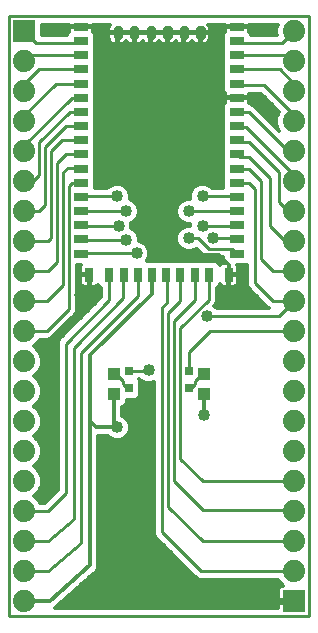
<source format=gtl>
G75*
%MOIN*%
%OFA0B0*%
%FSLAX24Y24*%
%IPPOS*%
%LPD*%
%AMOC8*
5,1,8,0,0,1.08239X$1,22.5*
%
%ADD10C,0.0100*%
%ADD11R,0.0315X0.0315*%
%ADD12R,0.0394X0.0433*%
%ADD13R,0.0740X0.0740*%
%ADD14C,0.0740*%
%ADD15R,0.0472X0.0315*%
%ADD16R,0.0315X0.0472*%
%ADD17C,0.0236*%
%ADD18C,0.0400*%
%ADD19C,0.0120*%
D10*
X000160Y000200D02*
X000160Y020200D01*
X010160Y020200D01*
X010160Y000200D01*
X000160Y000200D01*
X000660Y001700D02*
X001460Y001700D01*
X002560Y002650D01*
X002560Y008993D01*
X004451Y010884D01*
X004451Y011584D01*
X004410Y012300D02*
X002569Y012300D01*
X002562Y012293D01*
X002596Y012750D02*
X002562Y012765D01*
X002596Y012750D02*
X004060Y012750D01*
X003810Y013200D02*
X002599Y013200D01*
X002562Y013238D01*
X002572Y013700D02*
X004060Y013700D01*
X003760Y014200D02*
X002579Y014200D01*
X002562Y014183D01*
X002556Y014650D02*
X002260Y014650D01*
X002160Y014550D01*
X002160Y010450D01*
X001410Y009700D01*
X000660Y009700D01*
X000660Y010700D02*
X001410Y010700D01*
X001960Y011250D01*
X001960Y015000D01*
X002110Y015150D01*
X002539Y015150D01*
X002562Y015128D01*
X002562Y015600D02*
X002060Y015600D01*
X001760Y015300D01*
X001760Y012000D01*
X001460Y011700D01*
X000660Y011700D01*
X000660Y012700D02*
X001460Y012700D01*
X001560Y012800D01*
X001560Y015700D01*
X001932Y016072D01*
X002562Y016072D01*
X002562Y016545D02*
X002055Y016545D01*
X001360Y015850D01*
X001360Y013900D01*
X001160Y013700D01*
X000660Y013700D01*
X000660Y014700D02*
X000960Y014700D01*
X001160Y014900D01*
X001160Y016000D01*
X002177Y017017D01*
X002562Y017017D01*
X002562Y017490D02*
X002250Y017490D01*
X000660Y015900D01*
X000660Y015700D01*
X000660Y016700D02*
X000660Y016900D01*
X001722Y017962D01*
X002562Y017962D01*
X002562Y018435D02*
X001145Y018435D01*
X000660Y017950D01*
X000660Y017700D01*
X000660Y018700D02*
X000867Y018907D01*
X002562Y018907D01*
X002482Y019300D02*
X001060Y019300D01*
X000660Y019700D01*
X002482Y019300D02*
X002562Y019380D01*
X002562Y014655D02*
X002556Y014650D01*
X002562Y013710D02*
X002572Y013700D01*
X003506Y011584D02*
X003506Y010734D01*
X002060Y009288D01*
X002060Y004300D01*
X001460Y003700D01*
X000660Y003700D01*
X000660Y002700D02*
X001460Y002700D01*
X002310Y003450D01*
X002312Y009151D01*
X003960Y010799D01*
X003960Y011565D01*
X003979Y011584D01*
X005260Y010500D02*
X005260Y003000D01*
X006560Y001700D01*
X009660Y001700D01*
X009660Y002700D02*
X006610Y002700D01*
X005460Y003850D01*
X005460Y010300D01*
X005860Y010700D01*
X005860Y011576D01*
X005869Y011584D01*
X005410Y011548D02*
X005410Y010650D01*
X005260Y010500D01*
X005660Y010050D02*
X005660Y004700D01*
X006610Y003750D01*
X009610Y003750D01*
X009660Y003700D01*
X009660Y004700D02*
X006610Y004700D01*
X005860Y005450D01*
X005860Y009800D01*
X006810Y010750D01*
X006810Y011581D01*
X006814Y011584D01*
X006810Y012450D02*
X006460Y012800D01*
X006160Y012800D01*
X006160Y013700D02*
X007748Y013700D01*
X007758Y013710D01*
X007758Y013238D02*
X007721Y013200D01*
X006610Y013200D01*
X006960Y012800D02*
X007724Y012800D01*
X007758Y012765D01*
X007601Y012450D02*
X006810Y012450D01*
X006341Y011584D02*
X006360Y011565D01*
X006360Y010750D01*
X005660Y010050D01*
X006160Y009000D02*
X006860Y009700D01*
X009660Y009700D01*
X009160Y010200D02*
X009660Y010700D01*
X008960Y010700D01*
X008360Y011300D01*
X008360Y014450D01*
X008160Y014650D01*
X007764Y014650D01*
X007758Y014655D01*
X007741Y014200D02*
X006610Y014200D01*
X007601Y012450D02*
X007758Y012293D01*
X008560Y012100D02*
X008960Y011700D01*
X009660Y011700D01*
X009660Y012700D02*
X009360Y012700D01*
X008860Y013200D01*
X008860Y014800D01*
X008160Y015500D01*
X007858Y015500D01*
X007758Y015600D01*
X007831Y016000D02*
X008160Y016000D01*
X009160Y015000D01*
X009160Y014000D01*
X009460Y013700D01*
X009660Y013700D01*
X009660Y014700D02*
X009660Y014900D01*
X008060Y016500D01*
X007803Y016500D01*
X007758Y016545D01*
X007776Y017000D02*
X008160Y017000D01*
X009460Y015700D01*
X009660Y015700D01*
X009660Y016700D02*
X009660Y016900D01*
X008660Y017900D01*
X007821Y017900D01*
X007758Y017962D01*
X007758Y018435D02*
X009175Y018435D01*
X009660Y017950D01*
X009660Y017700D01*
X009660Y018700D02*
X009453Y018907D01*
X007758Y018907D01*
X007838Y019300D02*
X009260Y019300D01*
X009660Y019700D01*
X007838Y019300D02*
X007758Y019380D01*
X007758Y017017D02*
X007776Y017000D01*
X007758Y016072D02*
X007831Y016000D01*
X007758Y015128D02*
X007786Y015100D01*
X008160Y015100D01*
X008560Y014700D01*
X008560Y012100D01*
X009160Y010200D02*
X006760Y010200D01*
X006160Y009000D02*
X006160Y008395D01*
X006360Y008050D02*
X006595Y008285D01*
X006660Y008285D01*
X006360Y008050D02*
X006360Y007950D01*
X006210Y007800D01*
X006165Y007800D01*
X006160Y007805D01*
X004810Y008400D02*
X004715Y008395D01*
X004160Y008395D01*
X003960Y008050D02*
X003725Y008285D01*
X003660Y008285D01*
X003960Y008050D02*
X003960Y007950D01*
X004060Y007850D01*
X004115Y007850D01*
X004160Y007805D01*
X005410Y011548D02*
X005396Y011584D01*
X007758Y014183D02*
X007741Y014200D01*
D11*
X006160Y008395D03*
X006160Y007805D03*
X004160Y007805D03*
X004160Y008395D03*
D12*
X003660Y008285D03*
X003660Y007615D03*
X006660Y007615D03*
X006660Y008285D03*
D13*
X009660Y000700D03*
X000660Y019700D03*
D14*
X000660Y018700D03*
X000660Y017700D03*
X000660Y016700D03*
X000660Y015700D03*
X000660Y014700D03*
X000660Y013700D03*
X000660Y012700D03*
X000660Y011700D03*
X000660Y010700D03*
X000660Y009700D03*
X000660Y008700D03*
X000660Y007700D03*
X000660Y006700D03*
X000660Y005700D03*
X000660Y004700D03*
X000660Y003700D03*
X000660Y002700D03*
X000660Y001700D03*
X000660Y000700D03*
X009660Y001700D03*
X009660Y002700D03*
X009660Y003700D03*
X009660Y004700D03*
X009660Y005700D03*
X009660Y006700D03*
X009660Y007700D03*
X009660Y008700D03*
X009660Y009700D03*
X009660Y010700D03*
X009660Y011700D03*
X009660Y012700D03*
X009660Y013700D03*
X009660Y014700D03*
X009660Y015700D03*
X009660Y016700D03*
X009660Y017700D03*
X009660Y018700D03*
X009660Y019700D03*
D15*
X007758Y019852D03*
X007758Y019380D03*
X007758Y018907D03*
X007758Y018435D03*
X007758Y017962D03*
X007758Y017490D03*
X007758Y017017D03*
X007758Y016545D03*
X007758Y016072D03*
X007758Y015600D03*
X007758Y015128D03*
X007758Y014655D03*
X007758Y014183D03*
X007758Y013710D03*
X007758Y013238D03*
X007758Y012765D03*
X007758Y012293D03*
X002562Y012293D03*
X002562Y012765D03*
X002562Y013238D03*
X002562Y013710D03*
X002562Y014183D03*
X002562Y014655D03*
X002562Y015128D03*
X002562Y015600D03*
X002562Y016072D03*
X002562Y016545D03*
X002562Y017017D03*
X002562Y017490D03*
X002562Y017962D03*
X002562Y018435D03*
X002562Y018907D03*
X002562Y019380D03*
X002562Y019852D03*
D16*
X002837Y011584D03*
X003506Y011584D03*
X003979Y011584D03*
X004451Y011584D03*
X004924Y011584D03*
X005396Y011584D03*
X005869Y011584D03*
X006341Y011584D03*
X006814Y011584D03*
X007483Y011588D03*
D17*
X006577Y019537D02*
X006577Y019773D01*
X006577Y019537D02*
X006499Y019537D01*
X006499Y019773D01*
X006577Y019773D01*
X006577Y019772D02*
X006499Y019772D01*
X006026Y019773D02*
X006026Y019537D01*
X005948Y019537D01*
X005948Y019773D01*
X006026Y019773D01*
X006026Y019772D02*
X005948Y019772D01*
X005475Y019773D02*
X005475Y019537D01*
X005397Y019537D01*
X005397Y019773D01*
X005475Y019773D01*
X005475Y019772D02*
X005397Y019772D01*
X004923Y019773D02*
X004923Y019537D01*
X004845Y019537D01*
X004845Y019773D01*
X004923Y019773D01*
X004923Y019772D02*
X004845Y019772D01*
X004372Y019773D02*
X004372Y019537D01*
X004294Y019537D01*
X004294Y019773D01*
X004372Y019773D01*
X004372Y019772D02*
X004294Y019772D01*
X003821Y019773D02*
X003821Y019537D01*
X003743Y019537D01*
X003743Y019773D01*
X003821Y019773D01*
X003821Y019772D02*
X003743Y019772D01*
D18*
X003760Y014200D03*
X004060Y013700D03*
X003810Y013200D03*
X004060Y012750D03*
X004410Y012300D03*
X006160Y012800D03*
X006410Y012250D03*
X006960Y012800D03*
X006610Y013200D03*
X006610Y014200D03*
X006160Y013700D03*
X006760Y010200D03*
X006660Y006900D03*
X004810Y008400D03*
X003760Y006500D03*
X002510Y010900D03*
X001360Y004200D03*
D19*
X001489Y004111D02*
X001084Y004111D01*
X001160Y004034D02*
X000994Y004200D01*
X001160Y004366D01*
X001250Y004583D01*
X001250Y004817D01*
X001160Y005034D01*
X000994Y005200D01*
X001160Y005366D01*
X001250Y005583D01*
X001250Y005817D01*
X001160Y006034D01*
X000994Y006200D01*
X001160Y006366D01*
X001250Y006583D01*
X001250Y006817D01*
X001160Y007034D01*
X000994Y007200D01*
X001160Y007366D01*
X001250Y007583D01*
X001250Y007817D01*
X001160Y008034D01*
X000994Y008200D01*
X001160Y008366D01*
X001250Y008583D01*
X001250Y008817D01*
X001160Y009034D01*
X000994Y009200D01*
X001160Y009366D01*
X001187Y009430D01*
X001464Y009430D01*
X001563Y009471D01*
X001639Y009547D01*
X001639Y009547D01*
X002389Y010297D01*
X002430Y010396D01*
X002430Y011915D01*
X002550Y011915D01*
X002531Y011882D01*
X002520Y011842D01*
X002520Y011603D01*
X002818Y011603D01*
X002818Y011566D01*
X002520Y011566D01*
X002520Y011327D01*
X002531Y011286D01*
X002552Y011250D01*
X002581Y011220D01*
X002618Y011199D01*
X002659Y011188D01*
X002818Y011188D01*
X002818Y011566D01*
X002856Y011566D01*
X002856Y011188D01*
X003016Y011188D01*
X003056Y011199D01*
X003093Y011220D01*
X003123Y011250D01*
X003129Y011261D01*
X003129Y011257D01*
X003236Y011149D01*
X003236Y010846D01*
X001831Y009441D01*
X001790Y009342D01*
X001790Y004412D01*
X001348Y003970D01*
X001187Y003970D01*
X001160Y004034D01*
X001178Y003992D02*
X001370Y003992D01*
X001607Y004229D02*
X001023Y004229D01*
X001142Y004348D02*
X001726Y004348D01*
X001790Y004466D02*
X001202Y004466D01*
X001250Y004585D02*
X001790Y004585D01*
X001790Y004703D02*
X001250Y004703D01*
X001248Y004822D02*
X001790Y004822D01*
X001790Y004940D02*
X001199Y004940D01*
X001136Y005059D02*
X001790Y005059D01*
X001790Y005177D02*
X001017Y005177D01*
X001090Y005296D02*
X001790Y005296D01*
X001790Y005414D02*
X001180Y005414D01*
X001229Y005533D02*
X001790Y005533D01*
X001790Y005651D02*
X001250Y005651D01*
X001250Y005770D02*
X001790Y005770D01*
X001790Y005888D02*
X001221Y005888D01*
X001172Y006007D02*
X001790Y006007D01*
X001790Y006125D02*
X001069Y006125D01*
X001038Y006244D02*
X001790Y006244D01*
X001790Y006362D02*
X001156Y006362D01*
X001208Y006481D02*
X001790Y006481D01*
X001790Y006599D02*
X001250Y006599D01*
X001250Y006718D02*
X001790Y006718D01*
X001790Y006836D02*
X001242Y006836D01*
X001193Y006955D02*
X001790Y006955D01*
X001790Y007073D02*
X001121Y007073D01*
X001003Y007192D02*
X001790Y007192D01*
X001790Y007310D02*
X001104Y007310D01*
X001186Y007429D02*
X001790Y007429D01*
X001790Y007547D02*
X001235Y007547D01*
X001250Y007666D02*
X001790Y007666D01*
X001790Y007784D02*
X001250Y007784D01*
X001215Y007903D02*
X001790Y007903D01*
X001790Y008021D02*
X001166Y008021D01*
X001055Y008140D02*
X001790Y008140D01*
X001790Y008258D02*
X001052Y008258D01*
X001165Y008377D02*
X001790Y008377D01*
X001790Y008495D02*
X001214Y008495D01*
X001250Y008614D02*
X001790Y008614D01*
X001790Y008732D02*
X001250Y008732D01*
X001236Y008851D02*
X001790Y008851D01*
X001790Y008969D02*
X001187Y008969D01*
X001107Y009088D02*
X001790Y009088D01*
X001790Y009206D02*
X001000Y009206D01*
X001119Y009325D02*
X001790Y009325D01*
X001833Y009443D02*
X001495Y009443D01*
X001653Y009562D02*
X001952Y009562D01*
X002070Y009680D02*
X001772Y009680D01*
X001890Y009799D02*
X002189Y009799D01*
X002307Y009917D02*
X002009Y009917D01*
X002127Y010036D02*
X002426Y010036D01*
X002544Y010154D02*
X002246Y010154D01*
X002364Y010273D02*
X002663Y010273D01*
X002781Y010391D02*
X002428Y010391D01*
X002430Y010510D02*
X002900Y010510D01*
X003018Y010628D02*
X002430Y010628D01*
X002430Y010747D02*
X003137Y010747D01*
X003236Y010865D02*
X002430Y010865D01*
X002430Y010984D02*
X003236Y010984D01*
X003236Y011102D02*
X002430Y011102D01*
X002430Y011221D02*
X002581Y011221D01*
X002520Y011339D02*
X002430Y011339D01*
X002430Y011458D02*
X002520Y011458D01*
X002430Y011576D02*
X002818Y011576D01*
X002818Y011458D02*
X002856Y011458D01*
X002856Y011339D02*
X002818Y011339D01*
X002818Y011221D02*
X002856Y011221D01*
X003093Y011221D02*
X003165Y011221D01*
X002520Y011695D02*
X002430Y011695D01*
X002430Y011813D02*
X002520Y011813D01*
X004910Y010950D02*
X002860Y008900D01*
X002860Y006700D01*
X003060Y006500D01*
X003760Y006500D01*
X003760Y006550D01*
X003660Y006650D01*
X003660Y007615D01*
X004077Y007308D02*
X003948Y007179D01*
X003940Y007179D01*
X003940Y006880D01*
X003998Y006856D01*
X004116Y006738D01*
X004180Y006584D01*
X004180Y006416D01*
X004116Y006262D01*
X003998Y006144D01*
X003844Y006080D01*
X003676Y006080D01*
X003522Y006144D01*
X003446Y006220D01*
X003140Y006220D01*
X003140Y001947D01*
X003143Y001939D01*
X003140Y001892D01*
X003140Y001844D01*
X003137Y001836D01*
X003136Y001828D01*
X003116Y001785D01*
X003097Y001741D01*
X003091Y001735D01*
X003088Y001728D01*
X003052Y001696D01*
X003019Y001663D01*
X003011Y001659D01*
X001702Y000496D01*
X001676Y000470D01*
X009130Y000470D01*
X009130Y000660D01*
X009620Y000660D01*
X009620Y000740D01*
X009130Y000740D01*
X009130Y001091D01*
X009141Y001132D01*
X009162Y001168D01*
X009192Y001198D01*
X009228Y001219D01*
X009269Y001230D01*
X009296Y001230D01*
X009160Y001366D01*
X009133Y001430D01*
X006614Y001430D01*
X006506Y001430D01*
X006407Y001471D01*
X005031Y002847D01*
X004990Y002946D01*
X004990Y008020D01*
X004894Y007980D01*
X004726Y007980D01*
X004572Y008044D01*
X004503Y008113D01*
X004491Y008100D01*
X004537Y008053D01*
X004537Y007556D01*
X004409Y007427D01*
X004077Y007427D01*
X004077Y007308D01*
X004077Y007310D02*
X004990Y007310D01*
X004990Y007192D02*
X003961Y007192D01*
X003940Y007073D02*
X004990Y007073D01*
X004990Y006955D02*
X003940Y006955D01*
X004018Y006836D02*
X004990Y006836D01*
X004990Y006718D02*
X004125Y006718D01*
X004174Y006599D02*
X004990Y006599D01*
X004990Y006481D02*
X004180Y006481D01*
X004157Y006362D02*
X004990Y006362D01*
X004990Y006244D02*
X004097Y006244D01*
X003952Y006125D02*
X004990Y006125D01*
X004990Y006007D02*
X003140Y006007D01*
X003140Y006125D02*
X003568Y006125D01*
X003140Y005888D02*
X004990Y005888D01*
X004990Y005770D02*
X003140Y005770D01*
X003140Y005651D02*
X004990Y005651D01*
X004990Y005533D02*
X003140Y005533D01*
X003140Y005414D02*
X004990Y005414D01*
X004990Y005296D02*
X003140Y005296D01*
X003140Y005177D02*
X004990Y005177D01*
X004990Y005059D02*
X003140Y005059D01*
X003140Y004940D02*
X004990Y004940D01*
X004990Y004822D02*
X003140Y004822D01*
X003140Y004703D02*
X004990Y004703D01*
X004990Y004585D02*
X003140Y004585D01*
X003140Y004466D02*
X004990Y004466D01*
X004990Y004348D02*
X003140Y004348D01*
X003140Y004229D02*
X004990Y004229D01*
X004990Y004111D02*
X003140Y004111D01*
X003140Y003992D02*
X004990Y003992D01*
X004990Y003874D02*
X003140Y003874D01*
X003140Y003755D02*
X004990Y003755D01*
X004990Y003637D02*
X003140Y003637D01*
X003140Y003518D02*
X004990Y003518D01*
X004990Y003400D02*
X003140Y003400D01*
X003140Y003281D02*
X004990Y003281D01*
X004990Y003163D02*
X003140Y003163D01*
X003140Y003044D02*
X004990Y003044D01*
X004999Y002926D02*
X003140Y002926D01*
X003140Y002807D02*
X005071Y002807D01*
X005190Y002689D02*
X003140Y002689D01*
X003140Y002570D02*
X005308Y002570D01*
X005427Y002452D02*
X003140Y002452D01*
X003140Y002333D02*
X005545Y002333D01*
X005664Y002215D02*
X003140Y002215D01*
X003140Y002096D02*
X005782Y002096D01*
X005901Y001978D02*
X003140Y001978D01*
X003140Y001859D02*
X006019Y001859D01*
X006138Y001741D02*
X003096Y001741D01*
X002969Y001622D02*
X006256Y001622D01*
X006375Y001504D02*
X002835Y001504D01*
X002702Y001385D02*
X009152Y001385D01*
X009259Y001267D02*
X002569Y001267D01*
X002435Y001148D02*
X009150Y001148D01*
X009130Y001030D02*
X002302Y001030D01*
X002169Y000911D02*
X009130Y000911D01*
X009130Y000793D02*
X002036Y000793D01*
X001902Y000674D02*
X009620Y000674D01*
X009130Y000556D02*
X001769Y000556D01*
X001510Y000700D02*
X002860Y001900D01*
X002860Y006700D01*
X004410Y007429D02*
X004990Y007429D01*
X004990Y007547D02*
X004528Y007547D01*
X004537Y007666D02*
X004990Y007666D01*
X004990Y007784D02*
X004537Y007784D01*
X004537Y007903D02*
X004990Y007903D01*
X004627Y008021D02*
X004537Y008021D01*
X004910Y010950D02*
X004910Y011570D01*
X004924Y011584D01*
X004744Y012040D02*
X004766Y012062D01*
X004830Y012216D01*
X004830Y012384D01*
X004766Y012538D01*
X004648Y012656D01*
X004494Y012720D01*
X004480Y012720D01*
X004480Y012834D01*
X004416Y012988D01*
X004298Y013106D01*
X004230Y013134D01*
X004230Y013284D01*
X004219Y013311D01*
X004298Y013344D01*
X004416Y013462D01*
X004480Y013616D01*
X004480Y013784D01*
X004416Y013938D01*
X004298Y014056D01*
X004176Y014107D01*
X004180Y014116D01*
X004180Y014284D01*
X004116Y014438D01*
X003998Y014556D01*
X003844Y014620D01*
X003676Y014620D01*
X003522Y014556D01*
X003436Y014470D01*
X003018Y014470D01*
X003018Y019628D01*
X002958Y019688D01*
X002958Y019833D01*
X002580Y019833D01*
X002580Y019871D01*
X002958Y019871D01*
X003482Y019871D01*
X003475Y019854D02*
X003465Y019801D01*
X003465Y019674D01*
X003763Y019674D01*
X003763Y019636D01*
X003465Y019636D01*
X003465Y019510D01*
X003475Y019456D01*
X003496Y019405D01*
X003527Y019360D01*
X003565Y019321D01*
X003611Y019291D01*
X003662Y019270D01*
X003715Y019259D01*
X003763Y019259D01*
X003763Y019636D01*
X003801Y019636D01*
X003801Y019259D01*
X003849Y019259D01*
X003903Y019270D01*
X003953Y019291D01*
X003999Y019321D01*
X004037Y019360D01*
X004058Y019390D01*
X004078Y019360D01*
X004117Y019321D01*
X004162Y019291D01*
X004213Y019270D01*
X004266Y019259D01*
X004314Y019259D01*
X004314Y019636D01*
X004016Y019636D01*
X003801Y019636D01*
X003801Y019674D01*
X004314Y019674D01*
X004314Y019636D01*
X004352Y019636D01*
X004352Y019259D01*
X004400Y019259D01*
X004454Y019270D01*
X004504Y019291D01*
X004550Y019321D01*
X004589Y019360D01*
X004609Y019390D01*
X004629Y019360D01*
X004668Y019321D01*
X004713Y019291D01*
X004764Y019270D01*
X004818Y019259D01*
X004866Y019259D01*
X004866Y019636D01*
X004903Y019636D01*
X004903Y019259D01*
X004951Y019259D01*
X005005Y019270D01*
X005056Y019291D01*
X005101Y019321D01*
X005140Y019360D01*
X005160Y019390D01*
X005180Y019360D01*
X005219Y019321D01*
X005264Y019291D01*
X005315Y019270D01*
X005369Y019259D01*
X005417Y019259D01*
X005417Y019636D01*
X005454Y019636D01*
X005454Y019259D01*
X005502Y019259D01*
X005556Y019270D01*
X005607Y019291D01*
X005652Y019321D01*
X005691Y019360D01*
X005711Y019390D01*
X005731Y019360D01*
X005770Y019321D01*
X005816Y019291D01*
X005866Y019270D01*
X005920Y019259D01*
X005968Y019259D01*
X005968Y019636D01*
X006006Y019636D01*
X006006Y019674D01*
X006519Y019674D01*
X006519Y019636D01*
X006557Y019636D01*
X006557Y019674D01*
X006855Y019674D01*
X006855Y019801D01*
X006845Y019854D01*
X006824Y019905D01*
X006807Y019930D01*
X007362Y019930D01*
X007362Y019871D01*
X006838Y019871D01*
X006855Y019753D02*
X007362Y019753D01*
X007362Y019688D02*
X007362Y019833D01*
X007740Y019833D01*
X007740Y019871D01*
X007362Y019871D01*
X007362Y019688D02*
X007302Y019628D01*
X007302Y017714D01*
X007362Y017654D01*
X007362Y017509D01*
X007740Y017509D01*
X007740Y017471D01*
X007362Y017471D01*
X007362Y017326D01*
X007302Y017266D01*
X007302Y014470D01*
X006934Y014470D01*
X006848Y014556D01*
X006694Y014620D01*
X006526Y014620D01*
X006372Y014556D01*
X006254Y014438D01*
X006190Y014284D01*
X006190Y014120D01*
X006076Y014120D01*
X005922Y014056D01*
X005804Y013938D01*
X005740Y013784D01*
X005740Y013616D01*
X005804Y013462D01*
X005922Y013344D01*
X006076Y013280D01*
X006190Y013280D01*
X006190Y013220D01*
X006076Y013220D01*
X005922Y013156D01*
X005804Y013038D01*
X005740Y012884D01*
X005740Y012716D01*
X005804Y012562D01*
X005922Y012444D01*
X006076Y012380D01*
X006244Y012380D01*
X006398Y012444D01*
X006416Y012462D01*
X006657Y012221D01*
X006756Y012180D01*
X007302Y012180D01*
X007302Y012044D01*
X007362Y011984D01*
X007304Y011984D01*
X007264Y011974D01*
X007227Y011952D01*
X007197Y011923D01*
X007191Y011912D01*
X007062Y012040D01*
X004744Y012040D01*
X004754Y012050D02*
X007302Y012050D01*
X007302Y012169D02*
X004810Y012169D01*
X004830Y012287D02*
X006591Y012287D01*
X006473Y012406D02*
X006305Y012406D01*
X006410Y012250D02*
X007160Y012250D01*
X007483Y011927D01*
X007483Y011588D01*
X007502Y011576D02*
X008090Y011576D01*
X008090Y011458D02*
X007800Y011458D01*
X007800Y011569D02*
X007502Y011569D01*
X007502Y011192D01*
X007661Y011192D01*
X007702Y011203D01*
X007739Y011224D01*
X007768Y011254D01*
X007789Y011290D01*
X007800Y011331D01*
X007800Y011569D01*
X007800Y011607D02*
X007800Y011845D01*
X007789Y011886D01*
X007773Y011915D01*
X008086Y011915D01*
X008090Y011920D01*
X008090Y011246D01*
X008131Y011147D01*
X008731Y010547D01*
X008807Y010471D01*
X008810Y010470D01*
X007084Y010470D01*
X006998Y010556D01*
X006998Y010556D01*
X007039Y010597D01*
X007080Y010696D01*
X007080Y011146D01*
X007191Y011257D01*
X007191Y011265D01*
X007197Y011254D01*
X007227Y011224D01*
X007264Y011203D01*
X007304Y011192D01*
X007464Y011192D01*
X007464Y011569D01*
X007502Y011569D01*
X007502Y011607D01*
X007800Y011607D01*
X007800Y011695D02*
X008090Y011695D01*
X008090Y011813D02*
X007800Y011813D01*
X007800Y011339D02*
X008090Y011339D01*
X008101Y011221D02*
X007733Y011221D01*
X007502Y011221D02*
X007464Y011221D01*
X007464Y011339D02*
X007502Y011339D01*
X007502Y011458D02*
X007464Y011458D01*
X007233Y011221D02*
X007155Y011221D01*
X007080Y011102D02*
X008176Y011102D01*
X008295Y010984D02*
X007080Y010984D01*
X007080Y010865D02*
X008413Y010865D01*
X008532Y010747D02*
X007080Y010747D01*
X007052Y010628D02*
X008650Y010628D01*
X008769Y010510D02*
X007044Y010510D01*
X007171Y011932D02*
X007206Y011932D01*
X006190Y013235D02*
X004230Y013235D01*
X004273Y013117D02*
X005883Y013117D01*
X005787Y012998D02*
X004406Y012998D01*
X004461Y012880D02*
X005740Y012880D01*
X005740Y012761D02*
X004480Y012761D01*
X004661Y012643D02*
X005771Y012643D01*
X005842Y012524D02*
X004772Y012524D01*
X004821Y012406D02*
X006015Y012406D01*
X005913Y013354D02*
X004307Y013354D01*
X004420Y013472D02*
X005800Y013472D01*
X005751Y013591D02*
X004469Y013591D01*
X004480Y013709D02*
X005740Y013709D01*
X005758Y013828D02*
X004462Y013828D01*
X004408Y013946D02*
X005812Y013946D01*
X005943Y014065D02*
X004277Y014065D01*
X004180Y014183D02*
X006190Y014183D01*
X006197Y014302D02*
X004173Y014302D01*
X004123Y014420D02*
X006247Y014420D01*
X006355Y014539D02*
X004015Y014539D01*
X003505Y014539D02*
X003018Y014539D01*
X003018Y014657D02*
X007302Y014657D01*
X007302Y014539D02*
X006865Y014539D01*
X007302Y014776D02*
X003018Y014776D01*
X003018Y014894D02*
X007302Y014894D01*
X007302Y015013D02*
X003018Y015013D01*
X003018Y015131D02*
X007302Y015131D01*
X007302Y015250D02*
X003018Y015250D01*
X003018Y015368D02*
X007302Y015368D01*
X007302Y015487D02*
X003018Y015487D01*
X003018Y015605D02*
X007302Y015605D01*
X007302Y015724D02*
X003018Y015724D01*
X003018Y015842D02*
X007302Y015842D01*
X007302Y015961D02*
X003018Y015961D01*
X003018Y016079D02*
X007302Y016079D01*
X007302Y016198D02*
X003018Y016198D01*
X003018Y016316D02*
X007302Y016316D01*
X007302Y016435D02*
X003018Y016435D01*
X003018Y016553D02*
X007302Y016553D01*
X007302Y016672D02*
X003018Y016672D01*
X003018Y016790D02*
X007302Y016790D01*
X007302Y016909D02*
X003018Y016909D01*
X003018Y017027D02*
X007302Y017027D01*
X007302Y017146D02*
X003018Y017146D01*
X003018Y017264D02*
X007302Y017264D01*
X007362Y017383D02*
X003018Y017383D01*
X003018Y017501D02*
X007740Y017501D01*
X007777Y017501D02*
X008677Y017501D01*
X008796Y017383D02*
X008155Y017383D01*
X008155Y017326D02*
X008211Y017270D01*
X008214Y017270D01*
X008313Y017229D01*
X009148Y016393D01*
X009070Y016583D01*
X009070Y016817D01*
X009155Y017023D01*
X008548Y017630D01*
X008155Y017630D01*
X008155Y017509D01*
X007777Y017509D01*
X007777Y017471D01*
X008155Y017471D01*
X008155Y017326D01*
X008228Y017264D02*
X008914Y017264D01*
X009033Y017146D02*
X008396Y017146D01*
X008515Y017027D02*
X009151Y017027D01*
X009108Y016909D02*
X008633Y016909D01*
X008752Y016790D02*
X009070Y016790D01*
X009070Y016672D02*
X008870Y016672D01*
X008989Y016553D02*
X009082Y016553D01*
X009107Y016435D02*
X009131Y016435D01*
X008559Y017620D02*
X008155Y017620D01*
X007362Y017620D02*
X003018Y017620D01*
X003018Y017738D02*
X007302Y017738D01*
X007302Y017857D02*
X003018Y017857D01*
X003018Y017975D02*
X007302Y017975D01*
X007302Y018094D02*
X003018Y018094D01*
X003018Y018212D02*
X007302Y018212D01*
X007302Y018331D02*
X003018Y018331D01*
X003018Y018449D02*
X007302Y018449D01*
X007302Y018568D02*
X003018Y018568D01*
X003018Y018686D02*
X007302Y018686D01*
X007302Y018805D02*
X003018Y018805D01*
X003018Y018923D02*
X007302Y018923D01*
X007302Y019042D02*
X003018Y019042D01*
X003018Y019160D02*
X007302Y019160D01*
X007302Y019279D02*
X006680Y019279D01*
X006658Y019270D02*
X006709Y019291D01*
X006755Y019321D01*
X006793Y019360D01*
X006824Y019405D01*
X006845Y019456D01*
X006855Y019510D01*
X006855Y019636D01*
X006557Y019636D01*
X006557Y019259D01*
X006605Y019259D01*
X006658Y019270D01*
X006557Y019279D02*
X006519Y019279D01*
X006519Y019259D02*
X006519Y019636D01*
X006304Y019636D01*
X006006Y019636D01*
X006006Y019259D01*
X006054Y019259D01*
X006107Y019270D01*
X006158Y019291D01*
X006203Y019321D01*
X006242Y019360D01*
X006262Y019390D01*
X006283Y019360D01*
X006321Y019321D01*
X006367Y019291D01*
X006417Y019270D01*
X006471Y019259D01*
X006519Y019259D01*
X006519Y019397D02*
X006557Y019397D01*
X006557Y019516D02*
X006519Y019516D01*
X006519Y019634D02*
X006557Y019634D01*
X006396Y019279D02*
X006129Y019279D01*
X006006Y019279D02*
X005968Y019279D01*
X005968Y019397D02*
X006006Y019397D01*
X006006Y019516D02*
X005968Y019516D01*
X005968Y019634D02*
X006006Y019634D01*
X005968Y019636D02*
X005669Y019636D01*
X005454Y019636D01*
X005454Y019674D01*
X005968Y019674D01*
X005968Y019636D01*
X005845Y019279D02*
X005578Y019279D01*
X005454Y019279D02*
X005417Y019279D01*
X005417Y019397D02*
X005454Y019397D01*
X005454Y019516D02*
X005417Y019516D01*
X005417Y019634D02*
X005454Y019634D01*
X005417Y019636D02*
X005118Y019636D01*
X004903Y019636D01*
X004903Y019674D01*
X005417Y019674D01*
X005417Y019636D01*
X005293Y019279D02*
X005027Y019279D01*
X004903Y019279D02*
X004866Y019279D01*
X004866Y019397D02*
X004903Y019397D01*
X004903Y019516D02*
X004866Y019516D01*
X004866Y019634D02*
X004903Y019634D01*
X004866Y019636D02*
X004567Y019636D01*
X004352Y019636D01*
X004352Y019674D01*
X004866Y019674D01*
X004866Y019636D01*
X004742Y019279D02*
X004475Y019279D01*
X004352Y019279D02*
X004314Y019279D01*
X004314Y019397D02*
X004352Y019397D01*
X004352Y019516D02*
X004314Y019516D01*
X004314Y019634D02*
X004352Y019634D01*
X004191Y019279D02*
X003924Y019279D01*
X003801Y019279D02*
X003763Y019279D01*
X003763Y019397D02*
X003801Y019397D01*
X003801Y019516D02*
X003763Y019516D01*
X003763Y019634D02*
X003801Y019634D01*
X003640Y019279D02*
X003018Y019279D01*
X003018Y019397D02*
X003502Y019397D01*
X003465Y019516D02*
X003018Y019516D01*
X003012Y019634D02*
X003465Y019634D01*
X003465Y019753D02*
X002958Y019753D01*
X002958Y019871D02*
X002958Y019930D01*
X003513Y019930D01*
X003496Y019905D01*
X003475Y019854D01*
X002543Y019871D02*
X002543Y019833D01*
X002165Y019833D01*
X002165Y019688D01*
X002105Y019628D01*
X002105Y019570D01*
X001250Y019570D01*
X001250Y019930D01*
X002165Y019930D01*
X002165Y019871D01*
X001250Y019871D01*
X001250Y019753D02*
X002165Y019753D01*
X002165Y019871D02*
X002543Y019871D01*
X002111Y019634D02*
X001250Y019634D01*
X006818Y019397D02*
X007302Y019397D01*
X007302Y019516D02*
X006855Y019516D01*
X006855Y019634D02*
X007308Y019634D01*
X007777Y019833D02*
X007777Y019871D01*
X008155Y019871D01*
X009092Y019871D01*
X009070Y019817D02*
X009070Y019583D01*
X009075Y019570D01*
X008215Y019570D01*
X008215Y019628D01*
X008155Y019688D01*
X008155Y019833D01*
X007777Y019833D01*
X008155Y019871D02*
X008155Y019930D01*
X009117Y019930D01*
X009070Y019817D01*
X009070Y019753D02*
X008155Y019753D01*
X008209Y019634D02*
X009070Y019634D01*
X006660Y007615D02*
X006660Y006900D01*
X001510Y000700D02*
X000660Y000700D01*
M02*

</source>
